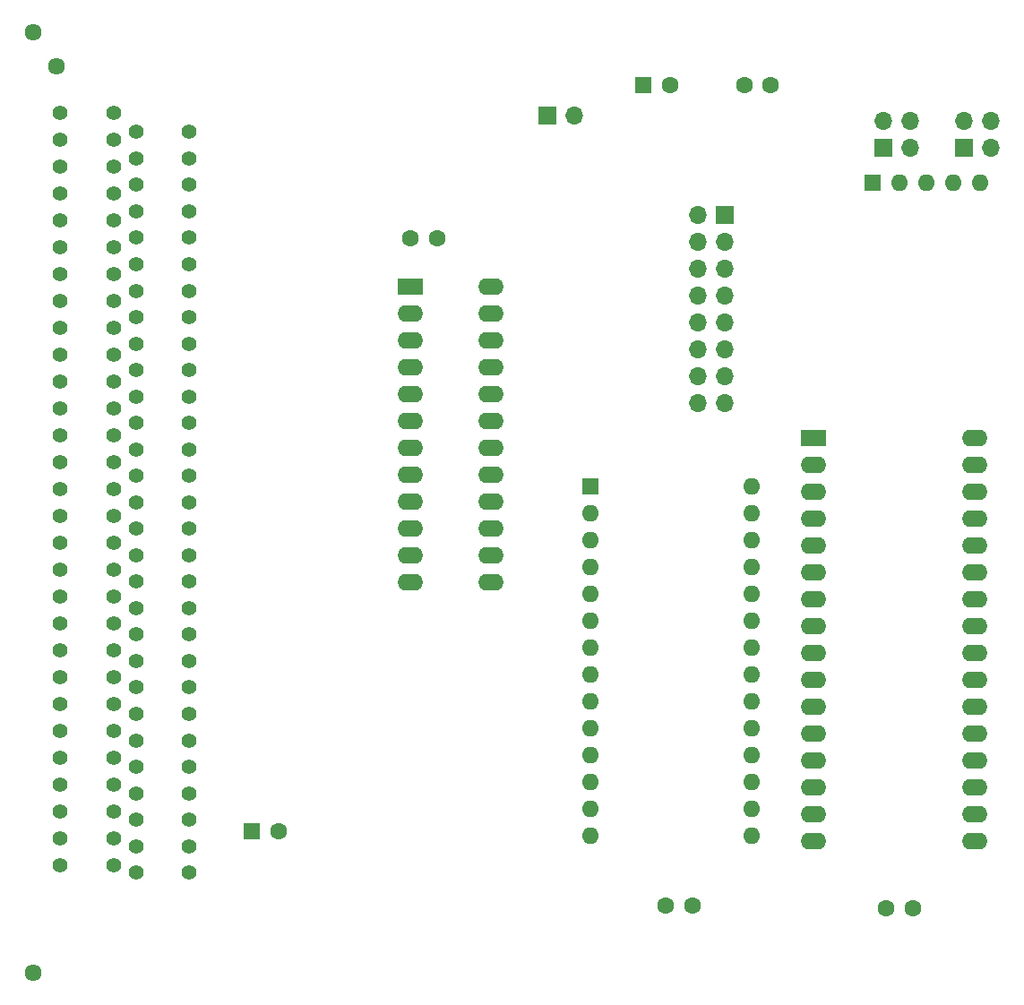
<source format=gbr>
%TF.GenerationSoftware,KiCad,Pcbnew,(5.1.10)-1*%
%TF.CreationDate,2025-03-03T19:14:52+01:00*%
%TF.ProjectId,CH376,43483337-362e-46b6-9963-61645f706362,rev?*%
%TF.SameCoordinates,Original*%
%TF.FileFunction,Soldermask,Top*%
%TF.FilePolarity,Negative*%
%FSLAX46Y46*%
G04 Gerber Fmt 4.6, Leading zero omitted, Abs format (unit mm)*
G04 Created by KiCad (PCBNEW (5.1.10)-1) date 2025-03-03 19:14:52*
%MOMM*%
%LPD*%
G01*
G04 APERTURE LIST*
%ADD10O,1.700000X1.700000*%
%ADD11R,1.700000X1.700000*%
%ADD12O,1.600000X1.600000*%
%ADD13R,1.600000X1.600000*%
%ADD14O,2.400000X1.600000*%
%ADD15R,2.400000X1.600000*%
%ADD16C,1.600000*%
%ADD17C,1.610000*%
%ADD18C,1.400000*%
G04 APERTURE END LIST*
D10*
%TO.C,J1*%
X121158000Y-84074000D03*
X123698000Y-84074000D03*
X121158000Y-81534000D03*
X123698000Y-81534000D03*
X121158000Y-78994000D03*
X123698000Y-78994000D03*
X121158000Y-76454000D03*
X123698000Y-76454000D03*
X121158000Y-73914000D03*
X123698000Y-73914000D03*
X121158000Y-71374000D03*
X123698000Y-71374000D03*
X121158000Y-68834000D03*
X123698000Y-68834000D03*
X121158000Y-66294000D03*
D11*
X123698000Y-66294000D03*
%TD*%
D12*
%TO.C,RN1*%
X147828000Y-63246000D03*
X145288000Y-63246000D03*
X142748000Y-63246000D03*
X140208000Y-63246000D03*
D13*
X137668000Y-63246000D03*
%TD*%
D12*
%TO.C,U2*%
X126238000Y-91948000D03*
X110998000Y-124968000D03*
X126238000Y-94488000D03*
X110998000Y-122428000D03*
X126238000Y-97028000D03*
X110998000Y-119888000D03*
X126238000Y-99568000D03*
X110998000Y-117348000D03*
X126238000Y-102108000D03*
X110998000Y-114808000D03*
X126238000Y-104648000D03*
X110998000Y-112268000D03*
X126238000Y-107188000D03*
X110998000Y-109728000D03*
X126238000Y-109728000D03*
X110998000Y-107188000D03*
X126238000Y-112268000D03*
X110998000Y-104648000D03*
X126238000Y-114808000D03*
X110998000Y-102108000D03*
X126238000Y-117348000D03*
X110998000Y-99568000D03*
X126238000Y-119888000D03*
X110998000Y-97028000D03*
X126238000Y-122428000D03*
X110998000Y-94488000D03*
X126238000Y-124968000D03*
D13*
X110998000Y-91948000D03*
%TD*%
D10*
%TO.C,J4*%
X148844000Y-57404000D03*
X148844000Y-59944000D03*
X146304000Y-57404000D03*
D11*
X146304000Y-59944000D03*
%TD*%
D10*
%TO.C,J3*%
X109474000Y-56896000D03*
D11*
X106934000Y-56896000D03*
%TD*%
D10*
%TO.C,J2*%
X141224000Y-57404000D03*
X141224000Y-59944000D03*
X138684000Y-57404000D03*
D11*
X138684000Y-59944000D03*
%TD*%
D14*
%TO.C,U3*%
X147320000Y-87376000D03*
X132080000Y-125476000D03*
X147320000Y-89916000D03*
X132080000Y-122936000D03*
X147320000Y-92456000D03*
X132080000Y-120396000D03*
X147320000Y-94996000D03*
X132080000Y-117856000D03*
X147320000Y-97536000D03*
X132080000Y-115316000D03*
X147320000Y-100076000D03*
X132080000Y-112776000D03*
X147320000Y-102616000D03*
X132080000Y-110236000D03*
X147320000Y-105156000D03*
X132080000Y-107696000D03*
X147320000Y-107696000D03*
X132080000Y-105156000D03*
X147320000Y-110236000D03*
X132080000Y-102616000D03*
X147320000Y-112776000D03*
X132080000Y-100076000D03*
X147320000Y-115316000D03*
X132080000Y-97536000D03*
X147320000Y-117856000D03*
X132080000Y-94996000D03*
X147320000Y-120396000D03*
X132080000Y-92456000D03*
X147320000Y-122936000D03*
X132080000Y-89916000D03*
X147320000Y-125476000D03*
D15*
X132080000Y-87376000D03*
%TD*%
D16*
%TO.C,C4*%
X118500000Y-54000000D03*
D13*
X116000000Y-54000000D03*
%TD*%
D16*
%TO.C,C3*%
X128000000Y-54000000D03*
X125500000Y-54000000D03*
%TD*%
%TO.C,C2*%
X120610000Y-131572000D03*
X118110000Y-131572000D03*
%TD*%
%TO.C,C1*%
X81500000Y-124500000D03*
D13*
X79000000Y-124500000D03*
%TD*%
D17*
%TO.C,X1001*%
X58293600Y-48970000D03*
X58293600Y-137870000D03*
D18*
X60833600Y-56590000D03*
X60833600Y-59130000D03*
X60833600Y-64210000D03*
X60833600Y-66750000D03*
X60833600Y-69290000D03*
X60833600Y-71830000D03*
X60833600Y-74370000D03*
X60833600Y-76910000D03*
X60833600Y-79450000D03*
X60833600Y-81990000D03*
X60833600Y-84530000D03*
X60833600Y-87070000D03*
X60833600Y-89610000D03*
X60833600Y-92150000D03*
X60833600Y-94690000D03*
X60833600Y-97230000D03*
X60833600Y-99770000D03*
X60833600Y-102310000D03*
X60833600Y-104850000D03*
X60833600Y-107390000D03*
X60833600Y-109930000D03*
X60833600Y-112470000D03*
X60833600Y-115010000D03*
X60833600Y-117550000D03*
X60833600Y-120090000D03*
X60833600Y-122630000D03*
X60833600Y-125170000D03*
X60833600Y-127710000D03*
X65913600Y-56590000D03*
X65913600Y-59130000D03*
X65913600Y-61670000D03*
X65913600Y-64210000D03*
X65913600Y-66750000D03*
X65913600Y-69290000D03*
X65913600Y-71830000D03*
X65913600Y-74370000D03*
X65913600Y-76910000D03*
X65913600Y-79450000D03*
X65913600Y-81990000D03*
X65913600Y-84530000D03*
X65913600Y-87070000D03*
X65913600Y-89610000D03*
X65913600Y-92150000D03*
X65913600Y-94690000D03*
X65913600Y-97230000D03*
X65913600Y-99770000D03*
X65913600Y-102310000D03*
X65913600Y-104850000D03*
X65913600Y-107390000D03*
X65913600Y-109930000D03*
X65913600Y-112470000D03*
X65913600Y-115010000D03*
X65913600Y-117550000D03*
X65913600Y-120090000D03*
X65913600Y-122630000D03*
X65913600Y-125170000D03*
X65913600Y-127710000D03*
D17*
X60525000Y-52170000D03*
D18*
X73025000Y-58420000D03*
X73025000Y-60920000D03*
X73025000Y-63420000D03*
X73025000Y-65920000D03*
X73025000Y-68420000D03*
X73025000Y-70920000D03*
X73025000Y-73420000D03*
X73025000Y-75920000D03*
X73025000Y-78420000D03*
X73025000Y-80920000D03*
X73025000Y-83420000D03*
X73025000Y-85920000D03*
X73025000Y-88420000D03*
X73025000Y-90920000D03*
X73025000Y-93420000D03*
X73025000Y-95920000D03*
X73025000Y-98420000D03*
X73025000Y-100920000D03*
X73025000Y-103420000D03*
X73025000Y-105920000D03*
X73025000Y-108420000D03*
X73025000Y-110920000D03*
X73025000Y-113420000D03*
X73025000Y-115920000D03*
X73025000Y-118420000D03*
X73025000Y-120920000D03*
X73025000Y-123420000D03*
X73025000Y-125920000D03*
X73025000Y-128420000D03*
X68025000Y-58420000D03*
X68025000Y-60920000D03*
X68025000Y-63420000D03*
X68025000Y-65920000D03*
X68025000Y-68420000D03*
X68025000Y-70920000D03*
X68025000Y-73420000D03*
X68025000Y-75920000D03*
X68025000Y-78420000D03*
X68025000Y-80920000D03*
X68025000Y-83420000D03*
X68025000Y-85920000D03*
X68025000Y-88420000D03*
X68025000Y-90920000D03*
X68025000Y-93420000D03*
X68025000Y-95920000D03*
X68025000Y-98420000D03*
X68025000Y-100920000D03*
X68025000Y-103420000D03*
X68025000Y-105920000D03*
X68025000Y-108420000D03*
X68025000Y-110920000D03*
X68025000Y-113420000D03*
X68025000Y-115920000D03*
X68025000Y-118420000D03*
X68025000Y-120920000D03*
X68025000Y-123420000D03*
X68025000Y-125920000D03*
X68025000Y-128420000D03*
X60833600Y-61670000D03*
%TD*%
D16*
%TO.C,C1012*%
X94000000Y-68500000D03*
X96500000Y-68500000D03*
%TD*%
%TO.C,C1013*%
X141438000Y-131826000D03*
X138938000Y-131826000D03*
%TD*%
D15*
%TO.C,U1*%
X94000000Y-73000000D03*
D14*
X101620000Y-100940000D03*
X94000000Y-75540000D03*
X101620000Y-98400000D03*
X94000000Y-78080000D03*
X101620000Y-95860000D03*
X94000000Y-80620000D03*
X101620000Y-93320000D03*
X94000000Y-83160000D03*
X101620000Y-90780000D03*
X94000000Y-85700000D03*
X101620000Y-88240000D03*
X94000000Y-88240000D03*
X101620000Y-85700000D03*
X94000000Y-90780000D03*
X101620000Y-83160000D03*
X94000000Y-93320000D03*
X101620000Y-80620000D03*
X94000000Y-95860000D03*
X101620000Y-78080000D03*
X94000000Y-98400000D03*
X101620000Y-75540000D03*
X94000000Y-100940000D03*
X101620000Y-73000000D03*
%TD*%
M02*

</source>
